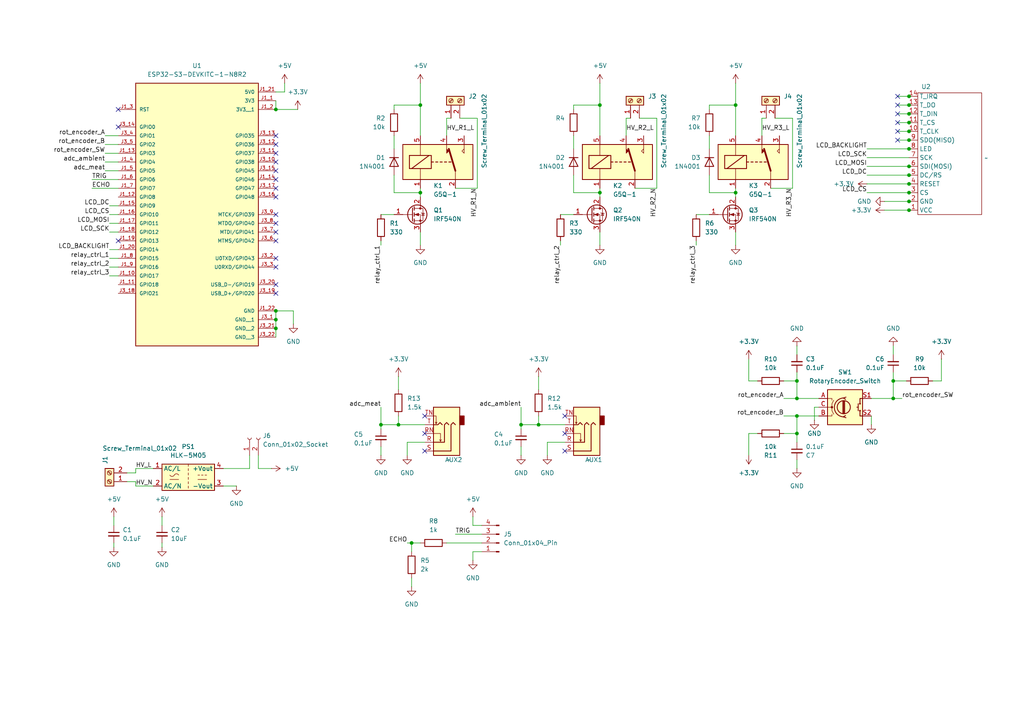
<source format=kicad_sch>
(kicad_sch (version 20250114) (generator "eeschema") (generator_version "9.0")
  (paper "A4")
  (lib_symbols
    (symbol "Connector:Conn_01x02_Socket" (pin_names (offset 1.016) (hide yes))
      (property "Reference" "J" (at 0 2.54 0))
      (property "Value" "Conn_01x02_Socket" (at 0 -5.08 0))
      (symbol "Conn_01x02_Socket_1_1"
        (pin passive line (at -5.08 0 0) (length 3.81) (name "Pin_1") (number "1"))
        (pin passive line (at -5.08 -2.54 0) (length 3.81) (name "Pin_2") (number "2"))
      )
    )
    (symbol "Connector:Conn_01x04_Pin" (pin_names (offset 1.016) (hide yes))
      (property "Reference" "J" (at 0 5.08 0))
      (property "Value" "Conn_01x04_Pin" (at 0 -7.62 0))
      (symbol "Conn_01x04_Pin_1_1"
        (pin passive line (at 5.08 2.54 180) (length 3.81) (name "Pin_1") (number "1"))
        (pin passive line (at 5.08 0 180) (length 3.81) (name "Pin_2") (number "2"))
        (pin passive line (at 5.08 -2.54 180) (length 3.81) (name "Pin_3") (number "3"))
        (pin passive line (at 5.08 -5.08 180) (length 3.81) (name "Pin_4") (number "4"))
      )
    )
    (symbol "Connector:Screw_Terminal_01x02" (pin_names (offset 1.016) (hide yes))
      (property "Reference" "J" (at 0 2.54 0))
      (property "Value" "Screw_Terminal_01x02" (at 0 -5.08 0))
      (symbol "Screw_Terminal_01x02_1_1"
        (pin passive line (at -5.08 0 0) (length 3.81) (name "Pin_1") (number "1"))
        (pin passive line (at -5.08 -2.54 0) (length 3.81) (name "Pin_2") (number "2"))
      )
    )
    (symbol "Connector_Audio:AudioJack3_SwitchTR"
      (property "Reference" "J" (at 0 8.89 0))
      (property "Value" "AudioJack3_SwitchTR" (at 0 6.35 0))
      (symbol "AudioJack3_SwitchTR_1_1"
        (pin passive line (at 5.08 2.54 180) (length 2.54) (name "~") (number "S"))
        (pin passive line (at 5.08 0 180) (length 2.54) (name "~") (number "R"))
        (pin passive line (at 5.08 -2.54 180) (length 2.54) (name "~") (number "RN"))
        (pin passive line (at 5.08 -5.08 180) (length 2.54) (name "~") (number "T"))
        (pin passive line (at 5.08 -7.62 180) (length 2.54) (name "~") (number "TN"))
      )
    )
    (symbol "Converter_ACDC:HLK-5M05"
      (property "Reference" "PS" (at 0 5.08 0))
      (property "Value" "HLK-5M05" (at 0 -5.08 0))
      (symbol "HLK-5M05_1_1"
        (pin power_in line (at -10.16 2.54 0) (length 2.54) (name "AC/L") (number "1"))
        (pin power_in line (at -10.16 -2.54 0) (length 2.54) (name "AC/N") (number "2"))
        (pin power_out line (at 10.16 2.54 180) (length 2.54) (name "+Vout") (number "4"))
        (pin power_out line (at 10.16 -2.54 180) (length 2.54) (name "-Vout") (number "3"))
      )
    )
    (symbol "Device:C_Small" (pin_numbers (hide yes)) (pin_names (offset 0.254) (hide yes))
      (property "Reference" "C" (at 0.254 1.778 0))
      (property "Value" "C_Small" (at 0.254 -2.032 0))
      (symbol "C_Small_1_1"
        (pin passive line (at 0 2.54 270) (length 2.032) (name "~") (number "1"))
        (pin passive line (at 0 -2.54 90) (length 2.032) (name "~") (number "2"))
      )
    )
    (symbol "Device:D" (pin_numbers (hide yes)) (pin_names (offset 1.016) (hide yes))
      (property "Reference" "D" (at 0 2.54 0))
      (property "Value" "D" (at 0 -2.54 0))
      (symbol "D_1_1"
        (pin passive line (at -3.81 0 0) (length 2.54) (name "K") (number "1"))
        (pin passive line (at 3.81 0 180) (length 2.54) (name "A") (number "2"))
      )
    )
    (symbol "Device:R" (pin_numbers (hide yes)) (pin_names (offset 0))
      (property "Reference" "R" (at 2.032 0 90))
      (property "Value" "R" (at 0 0 90))
      (symbol "R_1_1"
        (pin passive line (at 0 3.81 270) (length 1.27) (name "~") (number "1"))
        (pin passive line (at 0 -3.81 90) (length 1.27) (name "~") (number "2"))
      )
    )
    (symbol "Device:RotaryEncoder_Switch" (pin_names (offset 0.254) (hide yes))
      (property "Reference" "SW" (at 0 6.604 0))
      (property "Value" "RotaryEncoder_Switch" (at 0 -6.604 0))
      (symbol "RotaryEncoder_Switch_1_1"
        (pin passive line (at -7.62 2.54 0) (length 2.54) (name "A") (number "A"))
        (pin passive line (at -7.62 0 0) (length 2.54) (name "C") (number "C"))
        (pin passive line (at -7.62 -2.54 0) (length 2.54) (name "B") (number "B"))
        (pin passive line (at 7.62 2.54 180) (length 2.54) (name "S1") (number "S1"))
        (pin passive line (at 7.62 -2.54 180) (length 2.54) (name "S2") (number "S2"))
      )
    )
    (symbol "ESP32-S3-DEVKITC-1-N8R2:ESP32-S3-DEVKITC-1-N8R2" (pin_names (offset 1.016))
      (property "Reference" "U" (at -17.78 35.56 0))
      (property "Value" "ESP32-S3-DEVKITC-1-N8R2" (at -17.78 -45.72 0))
      (symbol "ESP32-S3-DEVKITC-1-N8R2_0_0"
        (pin input line (at -22.86 25.4 0) (length 5.08) (name "RST") (number "J1_3"))
        (pin bidirectional line (at -22.86 20.32 0) (length 5.08) (name "GPIO0") (number "J3_14"))
        (pin bidirectional line (at -22.86 17.78 0) (length 5.08) (name "GPIO1") (number "J3_4"))
        (pin bidirectional line (at -22.86 15.24 0) (length 5.08) (name "GPIO2") (number "J3_5"))
        (pin bidirectional line (at -22.86 12.7 0) (length 5.08) (name "GPIO3") (number "J1_13"))
        (pin bidirectional line (at -22.86 10.16 0) (length 5.08) (name "GPIO4") (number "J1_4"))
        (pin bidirectional line (at -22.86 7.62 0) (length 5.08) (name "GPIO5") (number "J1_5"))
        (pin bidirectional line (at -22.86 5.08 0) (length 5.08) (name "GPIO6") (number "J1_6"))
        (pin bidirectional line (at -22.86 2.54 0) (length 5.08) (name "GPIO7") (number "J1_7"))
        (pin bidirectional line (at -22.86 0 0) (length 5.08) (name "GPIO8") (number "J1_12"))
        (pin bidirectional line (at -22.86 -2.54 0) (length 5.08) (name "GPIO9") (number "J1_15"))
        (pin bidirectional line (at -22.86 -5.08 0) (length 5.08) (name "GPIO10") (number "J1_16"))
        (pin bidirectional line (at -22.86 -7.62 0) (length 5.08) (name "GPIO11") (number "J1_17"))
        (pin bidirectional line (at -22.86 -10.16 0) (length 5.08) (name "GPIO12") (number "J1_18"))
        (pin bidirectional line (at -22.86 -12.7 0) (length 5.08) (name "GPIO13") (number "J1_19"))
        (pin bidirectional line (at -22.86 -15.24 0) (length 5.08) (name "GPIO14") (number "J1_20"))
        (pin bidirectional line (at -22.86 -17.78 0) (length 5.08) (name "GPIO15") (number "J1_8"))
        (pin bidirectional line (at -22.86 -20.32 0) (length 5.08) (name "GPIO16") (number "J1_9"))
        (pin bidirectional line (at -22.86 -22.86 0) (length 5.08) (name "GPIO17") (number "J1_10"))
        (pin bidirectional line (at -22.86 -25.4 0) (length 5.08) (name "GPIO18") (number "J1_11"))
        (pin bidirectional line (at -22.86 -27.94 0) (length 5.08) (name "GPIO21") (number "J3_18"))
        (pin power_in line (at 22.86 30.48 180) (length 5.08) (name "5V0") (number "J1_21"))
        (pin power_in line (at 22.86 27.94 180) (length 5.08) (name "3V3") (number "J1_1"))
        (pin power_in line (at 22.86 25.4 180) (length 5.08) (name "3V3__1") (number "J1_2"))
        (pin bidirectional line (at 22.86 17.78 180) (length 5.08) (name "GPIO35") (number "J3_13"))
        (pin bidirectional line (at 22.86 15.24 180) (length 5.08) (name "GPIO36") (number "J3_12"))
        (pin bidirectional line (at 22.86 12.7 180) (length 5.08) (name "GPIO37") (number "J3_11"))
        (pin bidirectional line (at 22.86 10.16 180) (length 5.08) (name "GPIO38") (number "J3_10"))
        (pin bidirectional line (at 22.86 7.62 180) (length 5.08) (name "GPIO45") (number "J3_15"))
        (pin bidirectional line (at 22.86 5.08 180) (length 5.08) (name "GPIO46") (number "J1_14"))
        (pin bidirectional line (at 22.86 2.54 180) (length 5.08) (name "GPIO47") (number "J3_17"))
        (pin bidirectional line (at 22.86 0 180) (length 5.08) (name "GPIO48") (number "J3_16"))
        (pin bidirectional line (at 22.86 -5.08 180) (length 5.08) (name "MTCK/GPIO39") (number "J3_9"))
        (pin bidirectional line (at 22.86 -7.62 180) (length 5.08) (name "MTDO/GPIO40") (number "J3_8"))
        (pin bidirectional line (at 22.86 -10.16 180) (length 5.08) (name "MTDI/GPIO41") (number "J3_7"))
        (pin bidirectional line (at 22.86 -12.7 180) (length 5.08) (name "MTMS/GPIO42") (number "J3_6"))
        (pin bidirectional line (at 22.86 -17.78 180) (length 5.08) (name "U0TXD/GPIO43") (number "J3_2"))
        (pin bidirectional line (at 22.86 -20.32 180) (length 5.08) (name "U0RXD/GPIO44") (number "J3_3"))
        (pin bidirectional line (at 22.86 -25.4 180) (length 5.08) (name "USB_D-/GPIO19") (number "J3_20"))
        (pin bidirectional line (at 22.86 -27.94 180) (length 5.08) (name "USB_D+/GPIO20") (number "J3_19"))
        (pin power_in line (at 22.86 -33.02 180) (length 5.08) (name "GND") (number "J1_22"))
        (pin power_in line (at 22.86 -35.56 180) (length 5.08) (name "GND__1") (number "J3_1"))
        (pin power_in line (at 22.86 -38.1 180) (length 5.08) (name "GND__2") (number "J3_21"))
        (pin power_in line (at 22.86 -40.64 180) (length 5.08) (name "GND__3") (number "J3_22"))
      )
    )
    (symbol "LaserGunParts:screen"
      (property "Reference" "U" (at -9.144 37.592 0))
      (symbol "screen_1_1"
        (pin input line (at -12.954 34.544 0) (length 2.54) (name "T_IRQ") (number "14"))
        (pin input line (at -12.954 32.004 0) (length 2.54) (name "T_DO") (number "13"))
        (pin input line (at -12.954 29.464 0) (length 2.54) (name "T_DIN") (number "12"))
        (pin input line (at -12.954 26.924 0) (length 2.54) (name "T_CS") (number "11"))
        (pin input line (at -12.954 24.384 0) (length 2.54) (name "T_CLK") (number "10"))
        (pin input line (at -12.954 21.844 0) (length 2.54) (name "SDO(MISO)") (number "9"))
        (pin input line (at -12.954 19.304 0) (length 2.54) (name "LED") (number "8"))
        (pin input line (at -12.954 16.764 0) (length 2.54) (name "SCK") (number "7"))
        (pin input line (at -12.954 14.224 0) (length 2.54) (name "SDI(MOSI)") (number "6"))
        (pin input line (at -12.954 11.684 0) (length 2.54) (name "DC/RS") (number "5"))
        (pin input line (at -12.954 9.144 0) (length 2.54) (name "RESET") (number "4"))
        (pin input line (at -12.954 6.604 0) (length 2.54) (name "CS") (number "3"))
        (pin input line (at -12.954 4.064 0) (length 2.54) (name "GND") (number "2"))
        (pin input line (at -12.954 1.524 0) (length 2.54) (name "VCC") (number "1"))
      )
    )
    (symbol "Relay:G5Q-1"
      (property "Reference" "K" (at 11.43 3.81 0))
      (property "Value" "G5Q-1" (at 11.43 1.27 0))
      (symbol "G5Q-1_1_1"
        (pin passive line (at -5.08 7.62 270) (length 2.54) (name "~") (number "5"))
        (pin passive line (at -5.08 -7.62 90) (length 2.54) (name "~") (number "1"))
        (pin passive line (at 2.54 7.62 270) (length 2.54) (name "~") (number "4"))
        (pin passive line (at 5.08 -7.62 90) (length 2.54) (name "~") (number "2"))
        (pin passive line (at 7.62 7.62 270) (length 2.54) (name "~") (number "3"))
      )
    )
    (symbol "Transistor_FET:IRF540N" (pin_names (hide yes))
      (property "Reference" "Q" (at 5.08 1.905 0))
      (property "Value" "IRF540N" (at 5.08 0 0))
      (symbol "IRF540N_1_1"
        (pin input line (at -5.08 0 0) (length 2.54) (name "G") (number "1"))
        (pin passive line (at 2.54 5.08 270) (length 2.54) (name "D") (number "2"))
        (pin passive line (at 2.54 -5.08 90) (length 2.54) (name "S") (number "3"))
      )
    )
    (symbol "power:+3.3V" (power) (pin_numbers (hide yes)) (pin_names (offset 0) (hide yes))
      (property "Value" "+3.3V" (at 0 3.556 0))
      (symbol "+3.3V_1_1"
        (pin power_in line (at 0 0 90) (length 0) (name "~") (number "1"))
      )
    )
    (symbol "power:+5V" (power) (pin_numbers (hide yes)) (pin_names (offset 0) (hide yes))
      (property "Value" "+5V" (at 0 3.556 0))
      (symbol "+5V_1_1"
        (pin power_in line (at 0 0 90) (length 0) (name "~") (number "1"))
      )
    )
    (symbol "power:GND" (power) (pin_numbers (hide yes)) (pin_names (offset 0) (hide yes))
      (property "Value" "GND" (at 0 -3.81 0))
      (symbol "GND_1_1"
        (pin power_in line (at 0 0 270) (length 0) (name "~") (number "1"))
      )
    )
  )
  (junction (at 156.21 123.19))
  (junction (at 80.01 92.71))
  (junction (at 151.13 123.19))
  (junction (at 259.08 115.57))
  (junction (at 80.01 90.17))
  (junction (at 263.652 48.26))
  (junction (at 119.38 157.48))
  (junction (at 231.14 110.49))
  (junction (at 263.652 58.42))
  (junction (at 263.652 33.02))
  (junction (at 80.01 95.25))
  (junction (at 231.14 120.65))
  (junction (at 231.14 125.73))
  (junction (at 231.14 115.57))
  (junction (at 173.99 30.48))
  (junction (at 213.36 30.48))
  (junction (at 263.652 55.88))
  (junction (at 263.652 60.96))
  (junction (at 173.99 55.88))
  (junction (at 213.36 55.88))
  (junction (at 121.92 55.88))
  (junction (at 121.92 30.48))
  (junction (at 115.57 123.19))
  (junction (at 80.01 31.75))
  (junction (at 263.652 50.8))
  (junction (at 259.08 110.49))
  (junction (at 263.652 27.94))
  (junction (at 263.652 53.34))
  (junction (at 263.652 38.1))
  (junction (at 263.652 40.64))
  (junction (at 263.652 30.48))
  (junction (at 263.652 43.18))
  (junction (at 263.652 35.56))
  (junction (at 110.49 123.19))
  (no_connect (at 80.01 67.31))
  (no_connect (at 123.19 130.81))
  (no_connect (at 80.01 69.85))
  (no_connect (at 80.01 39.37))
  (no_connect (at 80.01 64.77))
  (no_connect (at 80.01 54.61))
  (no_connect (at 163.83 130.81))
  (no_connect (at 260.35 40.64))
  (no_connect (at 34.29 31.75))
  (no_connect (at 80.01 77.47))
  (no_connect (at 80.01 49.53))
  (no_connect (at 123.19 120.65))
  (no_connect (at 80.01 85.09))
  (no_connect (at 34.29 36.83))
  (no_connect (at 260.35 38.1))
  (no_connect (at 80.01 82.55))
  (no_connect (at 260.35 27.94))
  (no_connect (at 80.01 46.99))
  (no_connect (at 80.01 74.93))
  (no_connect (at 163.83 120.65))
  (no_connect (at 80.01 62.23))
  (no_connect (at 80.01 57.15))
  (no_connect (at 260.35 33.02))
  (no_connect (at 260.35 30.48))
  (no_connect (at 80.01 52.07))
  (no_connect (at 80.01 41.91))
  (no_connect (at 80.01 44.45))
  (no_connect (at 260.35 35.56))
  (no_connect (at 34.29 69.85))
  (no_connect (at 123.19 125.73))
  (no_connect (at 163.83 125.73))
  (wire (pts (xy 227.33 120.65) (xy 231.14 120.65)))
  (wire (pts (xy 137.16 162.56) (xy 137.16 160.02)))
  (wire (pts (xy 162.56 69.85) (xy 162.56 71.12)))
  (wire (pts (xy 263.652 38.1) (xy 264.16 38.1)))
  (wire (pts (xy 231.14 107.95) (xy 231.14 110.49)))
  (wire (pts (xy 39.37 140.97) (xy 44.45 140.97)))
  (wire (pts (xy 263.652 33.02) (xy 264.16 33.02)))
  (wire (pts (xy 158.75 128.27) (xy 158.75 132.08)))
  (wire (pts (xy 229.87 34.29) (xy 224.79 34.29)))
  (wire (pts (xy 39.37 137.16) (xy 39.37 135.89)))
  (wire (pts (xy 213.36 54.61) (xy 213.36 55.88)))
  (wire (pts (xy 213.36 24.13) (xy 213.36 30.48)))
  (wire (pts (xy 114.3 39.37) (xy 114.3 43.18)))
  (wire (pts (xy 110.49 62.23) (xy 114.3 62.23)))
  (wire (pts (xy 220.98 39.37) (xy 220.98 34.29)))
  (wire (pts (xy 156.21 123.19) (xy 163.83 123.19)))
  (wire (pts (xy 201.93 69.85) (xy 201.93 71.12)))
  (wire (pts (xy 115.57 123.19) (xy 123.19 123.19)))
  (wire (pts (xy 252.73 123.19) (xy 252.73 120.65)))
  (wire (pts (xy 166.37 50.8) (xy 166.37 55.88)))
  (wire (pts (xy 259.08 115.57) (xy 259.08 110.49)))
  (wire (pts (xy 151.13 123.19) (xy 151.13 124.46)))
  (wire (pts (xy 80.01 90.17) (xy 80.01 92.71)))
  (wire (pts (xy 166.37 30.48) (xy 173.99 30.48)))
  (wire (pts (xy 30.48 49.53) (xy 34.29 49.53)))
  (wire (pts (xy 263.652 43.18) (xy 264.16 43.18)))
  (wire (pts (xy 118.11 128.27) (xy 123.19 128.27)))
  (wire (pts (xy 260.35 40.64) (xy 263.652 40.64)))
  (wire (pts (xy 236.22 118.11) (xy 237.49 118.11)))
  (wire (pts (xy 110.49 69.85) (xy 110.49 71.12)))
  (wire (pts (xy 119.38 157.48) (xy 121.92 157.48)))
  (wire (pts (xy 251.46 55.88) (xy 263.652 55.88)))
  (wire (pts (xy 263.652 27.94) (xy 264.16 27.94)))
  (wire (pts (xy 205.74 31.75) (xy 205.74 30.48)))
  (wire (pts (xy 39.37 135.89) (xy 44.45 135.89)))
  (wire (pts (xy 119.38 170.18) (xy 119.38 167.64)))
  (wire (pts (xy 138.43 34.29) (xy 133.35 34.29)))
  (wire (pts (xy 205.74 55.88) (xy 213.36 55.88)))
  (wire (pts (xy 251.46 53.34) (xy 263.652 53.34)))
  (wire (pts (xy 259.08 100.33) (xy 259.08 102.87)))
  (wire (pts (xy 80.01 29.21) (xy 80.01 31.75)))
  (wire (pts (xy 213.36 67.31) (xy 213.36 71.12)))
  (wire (pts (xy 259.08 115.57) (xy 261.62 115.57)))
  (wire (pts (xy 260.35 35.56) (xy 263.652 35.56)))
  (wire (pts (xy 256.54 60.96) (xy 263.652 60.96)))
  (wire (pts (xy 181.61 39.37) (xy 181.61 34.29)))
  (wire (pts (xy 138.43 54.61) (xy 138.43 34.29)))
  (wire (pts (xy 260.35 38.1) (xy 263.652 38.1)))
  (wire (pts (xy 231.14 125.73) (xy 231.14 120.65)))
  (wire (pts (xy 151.13 118.11) (xy 151.13 123.19)))
  (wire (pts (xy 36.83 137.16) (xy 39.37 137.16)))
  (wire (pts (xy 151.13 123.19) (xy 156.21 123.19)))
  (wire (pts (xy 217.17 125.73) (xy 219.71 125.73)))
  (wire (pts (xy 31.75 67.31) (xy 34.29 67.31)))
  (wire (pts (xy 118.11 128.27) (xy 118.11 132.08)))
  (wire (pts (xy 213.36 30.48) (xy 213.36 39.37)))
  (wire (pts (xy 263.652 30.48) (xy 264.16 30.48)))
  (wire (pts (xy 231.14 135.89) (xy 231.14 133.35)))
  (wire (pts (xy 217.17 104.14) (xy 217.17 110.49)))
  (wire (pts (xy 137.16 149.86) (xy 137.16 152.4)))
  (wire (pts (xy 110.49 123.19) (xy 115.57 123.19)))
  (wire (pts (xy 205.74 50.8) (xy 205.74 55.88)))
  (wire (pts (xy 85.09 90.17) (xy 85.09 93.98)))
  (wire (pts (xy 80.01 92.71) (xy 80.01 95.25)))
  (wire (pts (xy 251.46 50.8) (xy 263.652 50.8)))
  (wire (pts (xy 121.92 24.13) (xy 121.92 30.48)))
  (wire (pts (xy 263.652 40.64) (xy 264.16 40.64)))
  (wire (pts (xy 119.38 160.02) (xy 119.38 157.48)))
  (wire (pts (xy 129.54 34.29) (xy 130.81 34.29)))
  (wire (pts (xy 115.57 120.65) (xy 115.57 123.19)))
  (wire (pts (xy 110.49 123.19) (xy 110.49 124.46)))
  (wire (pts (xy 236.22 118.11) (xy 236.22 121.92)))
  (wire (pts (xy 121.92 55.88) (xy 121.92 57.15)))
  (wire (pts (xy 80.01 95.25) (xy 80.01 97.79)))
  (wire (pts (xy 231.14 110.49) (xy 231.14 115.57)))
  (wire (pts (xy 217.17 132.08) (xy 217.17 125.73)))
  (wire (pts (xy 263.652 58.42) (xy 264.16 58.42)))
  (wire (pts (xy 156.21 109.22) (xy 156.21 113.03)))
  (wire (pts (xy 26.67 52.07) (xy 34.29 52.07)))
  (wire (pts (xy 137.16 152.4) (xy 139.7 152.4)))
  (wire (pts (xy 190.5 54.61) (xy 190.5 34.29)))
  (wire (pts (xy 80.01 26.67) (xy 82.55 26.67)))
  (wire (pts (xy 129.54 157.48) (xy 139.7 157.48)))
  (wire (pts (xy 121.92 54.61) (xy 121.92 55.88)))
  (wire (pts (xy 173.99 54.61) (xy 173.99 55.88)))
  (wire (pts (xy 229.87 54.61) (xy 229.87 34.29)))
  (wire (pts (xy 46.99 149.86) (xy 46.99 152.4)))
  (wire (pts (xy 252.73 115.57) (xy 259.08 115.57)))
  (wire (pts (xy 227.33 125.73) (xy 231.14 125.73)))
  (wire (pts (xy 31.75 80.01) (xy 34.29 80.01)))
  (wire (pts (xy 162.56 62.23) (xy 166.37 62.23)))
  (wire (pts (xy 64.77 135.89) (xy 72.39 135.89)))
  (wire (pts (xy 256.54 58.42) (xy 263.652 58.42)))
  (wire (pts (xy 205.74 30.48) (xy 213.36 30.48)))
  (wire (pts (xy 260.35 33.02) (xy 263.652 33.02)))
  (wire (pts (xy 31.75 62.23) (xy 34.29 62.23)))
  (wire (pts (xy 78.74 135.89) (xy 74.93 135.89)))
  (wire (pts (xy 156.21 120.65) (xy 156.21 123.19)))
  (wire (pts (xy 33.02 149.86) (xy 33.02 152.4)))
  (wire (pts (xy 31.75 59.69) (xy 34.29 59.69)))
  (wire (pts (xy 262.89 110.49) (xy 259.08 110.49)))
  (wire (pts (xy 114.3 31.75) (xy 114.3 30.48)))
  (wire (pts (xy 114.3 30.48) (xy 121.92 30.48)))
  (wire (pts (xy 118.11 157.48) (xy 119.38 157.48)))
  (wire (pts (xy 205.74 43.18) (xy 205.74 39.37)))
  (wire (pts (xy 31.75 72.39) (xy 34.29 72.39)))
  (wire (pts (xy 213.36 55.88) (xy 213.36 57.15)))
  (wire (pts (xy 181.61 34.29) (xy 182.88 34.29)))
  (wire (pts (xy 26.67 54.61) (xy 34.29 54.61)))
  (wire (pts (xy 251.46 48.26) (xy 263.652 48.26)))
  (wire (pts (xy 227.33 115.57) (xy 231.14 115.57)))
  (wire (pts (xy 260.35 27.94) (xy 263.652 27.94)))
  (wire (pts (xy 251.46 43.18) (xy 263.652 43.18)))
  (wire (pts (xy 110.49 129.54) (xy 110.49 132.08)))
  (wire (pts (xy 30.48 39.37) (xy 34.29 39.37)))
  (wire (pts (xy 263.652 35.56) (xy 264.16 35.56)))
  (wire (pts (xy 121.92 67.31) (xy 121.92 71.12)))
  (wire (pts (xy 115.57 109.22) (xy 115.57 113.03)))
  (wire (pts (xy 173.99 24.13) (xy 173.99 30.48)))
  (wire (pts (xy 173.99 55.88) (xy 173.99 57.15)))
  (wire (pts (xy 30.48 46.99) (xy 34.29 46.99)))
  (wire (pts (xy 80.01 31.75) (xy 86.36 31.75)))
  (wire (pts (xy 64.77 140.97) (xy 68.58 140.97)))
  (wire (pts (xy 31.75 74.93) (xy 34.29 74.93)))
  (wire (pts (xy 151.13 129.54) (xy 151.13 132.08)))
  (wire (pts (xy 31.75 64.77) (xy 34.29 64.77)))
  (wire (pts (xy 273.05 104.14) (xy 273.05 110.49)))
  (wire (pts (xy 114.3 50.8) (xy 114.3 55.88)))
  (wire (pts (xy 220.98 34.29) (xy 222.25 34.29)))
  (wire (pts (xy 137.16 160.02) (xy 139.7 160.02)))
  (wire (pts (xy 82.55 24.13) (xy 82.55 26.67)))
  (wire (pts (xy 231.14 120.65) (xy 237.49 120.65)))
  (wire (pts (xy 217.17 110.49) (xy 219.71 110.49)))
  (wire (pts (xy 173.99 30.48) (xy 173.99 39.37)))
  (wire (pts (xy 263.652 55.88) (xy 264.16 55.88)))
  (wire (pts (xy 166.37 39.37) (xy 166.37 43.18)))
  (wire (pts (xy 259.08 107.95) (xy 259.08 110.49)))
  (wire (pts (xy 201.93 62.23) (xy 205.74 62.23)))
  (wire (pts (xy 33.02 157.48) (xy 33.02 158.75)))
  (wire (pts (xy 132.08 54.61) (xy 138.43 54.61)))
  (wire (pts (xy 46.99 157.48) (xy 46.99 158.75)))
  (wire (pts (xy 129.54 39.37) (xy 129.54 34.29)))
  (wire (pts (xy 251.46 45.72) (xy 263.652 45.72)))
  (wire (pts (xy 223.52 54.61) (xy 229.87 54.61)))
  (wire (pts (xy 227.33 110.49) (xy 231.14 110.49)))
  (wire (pts (xy 36.83 139.7) (xy 39.37 139.7)))
  (wire (pts (xy 158.75 128.27) (xy 163.83 128.27)))
  (wire (pts (xy 263.652 60.96) (xy 264.16 60.96)))
  (wire (pts (xy 30.48 41.91) (xy 34.29 41.91)))
  (wire (pts (xy 30.48 44.45) (xy 34.29 44.45)))
  (wire (pts (xy 114.3 55.88) (xy 121.92 55.88)))
  (wire (pts (xy 173.99 67.31) (xy 173.99 71.12)))
  (wire (pts (xy 110.49 118.11) (xy 110.49 123.19)))
  (wire (pts (xy 80.01 90.17) (xy 85.09 90.17)))
  (wire (pts (xy 132.08 154.94) (xy 139.7 154.94)))
  (wire (pts (xy 31.75 77.47) (xy 34.29 77.47)))
  (wire (pts (xy 184.15 54.61) (xy 190.5 54.61)))
  (wire (pts (xy 166.37 55.88) (xy 173.99 55.88)))
  (wire (pts (xy 39.37 139.7) (xy 39.37 140.97)))
  (wire (pts (xy 260.35 30.48) (xy 263.652 30.48)))
  (wire (pts (xy 273.05 110.49) (xy 270.51 110.49)))
  (wire (pts (xy 231.14 128.27) (xy 231.14 125.73)))
  (wire (pts (xy 263.652 48.26) (xy 264.16 48.26)))
  (wire (pts (xy 263.652 50.8) (xy 264.16 50.8)))
  (wire (pts (xy 263.652 53.34) (xy 264.16 53.34)))
  (wire (pts (xy 72.39 135.89) (xy 72.39 132.08)))
  (wire (pts (xy 190.5 34.29) (xy 185.42 34.29)))
  (wire (pts (xy 231.14 100.33) (xy 231.14 102.87)))
  (wire (pts (xy 231.14 115.57) (xy 237.49 115.57)))
  (wire (pts (xy 121.92 30.48) (xy 121.92 39.37)))
  (wire (pts (xy 166.37 31.75) (xy 166.37 30.48)))
  (wire (pts (xy 74.93 132.08) (xy 74.93 135.89)))
  (label "LCD_DC" (at 251.46 50.8 180))
  (label "adc_meat" (at 110.49 118.11 180))
  (label "LCD_MOSI" (at 31.75 64.77 180))
  (label "rot_encoder_A" (at 227.33 115.57 180))
  (label "rot_encoder_A" (at 30.48 39.37 180))
  (label "relay_ctrl_2" (at 31.75 77.47 180))
  (label "HV_L" (at 39.37 135.89 0))
  (label "relay_ctrl_1" (at 110.49 71.12 270))
  (label "rot_encoder_B" (at 30.48 41.91 180))
  (label "HV_R2_L" (at 181.61 38.1 0))
  (label "LCD_DC" (at 31.75 59.69 180))
  (label "relay_ctrl_2" (at 162.56 71.12 270))
  (label "adc_meat" (at 30.48 49.53 180))
  (label "relay_ctrl_3" (at 201.93 71.12 270))
  (label "HV_R2_N" (at 190.5 54.61 270))
  (label "TRIG" (at 132.08 154.94 0))
  (label "LCD_BACKLIGHT" (at 31.75 72.39 180))
  (label "LCD_CS" (at 31.75 62.23 180))
  (label "ECHO" (at 26.67 54.61 0))
  (label "HV_R3_L" (at 220.98 38.1 0))
  (label "LCD_MOSI" (at 251.46 48.26 180))
  (label "HV_N" (at 39.37 140.97 0))
  (label "LCD_CS" (at 251.46 55.88 180))
  (label "HV_R1_N" (at 138.43 54.61 270))
  (label "rot_encoder_SW" (at 30.48 44.45 180))
  (label "LCD_SCK" (at 251.46 45.72 180))
  (label "rot_encoder_SW" (at 261.62 115.57 0))
  (label "adc_ambient" (at 151.13 118.11 180))
  (label "HV_R3_N" (at 229.87 54.61 270))
  (label "HV_R1_L" (at 129.54 38.1 0))
  (label "ECHO" (at 118.11 157.48 180))
  (label "adc_ambient" (at 30.48 46.99 180))
  (label "rot_encoder_B" (at 227.33 120.65 180))
  (label "LCD_BACKLIGHT" (at 251.46 43.18 180))
  (label "TRIG" (at 26.67 52.07 0))
  (label "relay_ctrl_3" (at 31.75 80.01 180))
  (label "relay_ctrl_1" (at 31.75 74.93 180))
  (label "LCD_SCK" (at 31.75 67.31 180))
  (symbol (lib_id "power:GND") (at 137.16 162.56 0) (unit 1)
    (property "Reference" "#PWR019" (effects (hide yes)))
    (property "Value" "GND" (at 137.16 167.64 0))
    (property "Description" "Power symbol creates a global label with name \"GND\" , ground" (effects (hide yes)))
  )
  (symbol (lib_id "Device:D") (at 166.37 46.99 90) (mirror x) (unit 1)
    (property "Reference" "D2" (at 163.83 45.7199 90) (effects (justify left)))
    (property "Value" "1N4001" (at 163.83 48.2599 90) (effects (justify left)))
    (property "Footprint" "Diode_THT:D_A-405_P7.62mm_Horizontal" (effects (hide yes)))
    (property "Description" "Diode" (effects (hide yes)))
    (property "Sim.Device" "D" (effects (hide yes)))
    (property "Sim.Pins" "1=K 2=A" (effects (hide yes)))
  )
  (symbol (lib_id "Connector:Screw_Terminal_01x02") (at 130.81 29.21 90) (unit 1)
    (property "Reference" "J2" (at 135.89 27.9399 90) (effects (justify right)))
    (property "Value" "Screw_Terminal_01x02" (at 140.462 27.178 0) (effects (justify right)))
    (property "Footprint" "TerminalBlock:TerminalBlock_bornier-2_P5.08mm" (effects (hide yes)))
    (property "Description" "Generic screw terminal, single row, 01x02, script generated (kicad-library-utils/schlib/autogen/connector/)" (effects (hide yes)))
  )
  (symbol (lib_id "Connector_Audio:AudioJack3_SwitchTR") (at 128.27 128.27 180) (unit 1)
    (property "Reference" "AUX2" (at 131.572 133.35 0))
    (property "Value" "~" (at 130.175 133.35 0))
    (property "Footprint" "Connector_Audio:Jack_3.5mm_CUI_SJ1-3535NG_Horizontal" (effects (hide yes)))
    (property "Description" "Audio Jack, 3 Poles (Stereo / TRS), Switched TR Poles (Normalling)" (effects (hide yes)))
  )
  (symbol (lib_id "power:GND") (at 173.99 71.12 0) (unit 1)
    (property "Reference" "#PWR04" (effects (hide yes)))
    (property "Value" "GND" (at 173.99 76.2 0))
    (property "Description" "Power symbol creates a global label with name \"GND\" , ground" (effects (hide yes)))
  )
  (symbol (lib_id "power:GND") (at 158.75 132.08 0) (unit 1)
    (property "Reference" "#PWR044" (effects (hide yes)))
    (property "Value" "GND" (at 158.75 137.16 0))
    (property "Description" "Power symbol creates a global label with name \"GND\" , ground" (effects (hide yes)))
  )
  (symbol (lib_id "Device:D") (at 114.3 46.99 90) (mirror x) (unit 1)
    (property "Reference" "D1" (at 111.76 45.7199 90) (effects (justify left)))
    (property "Value" "1N4001" (at 111.76 48.2599 90) (effects (justify left)))
    (property "Footprint" "Diode_THT:D_A-405_P7.62mm_Horizontal" (effects (hide yes)))
    (property "Description" "Diode" (effects (hide yes)))
    (property "Sim.Device" "D" (effects (hide yes)))
    (property "Sim.Pins" "1=K 2=A" (effects (hide yes)))
  )
  (symbol (lib_id "Transistor_FET:IRF540N") (at 171.45 62.23 0) (unit 1)
    (property "Reference" "Q2" (at 177.8 60.9599 0) (effects (justify left)))
    (property "Value" "IRF540N" (at 177.8 63.4999 0) (effects (justify left)))
    (property "Footprint" "Package_TO_SOT_THT:TO-220-3_Vertical" (effects (hide yes)))
    (property "Datasheet" "http://www.irf.com/product-info/datasheets/data/irf540n.pdf" (effects (hide yes)))
    (property "Description" "33A Id, 100V Vds, HEXFET N-Channel MOSFET, TO-220" (effects (hide yes)))
  )
  (symbol (lib_id "power:+3.3V") (at 115.57 109.22 0) (unit 1)
    (property "Reference" "#PWR015" (effects (hide yes)))
    (property "Value" "+3.3V" (at 115.57 104.14 0))
    (property "Description" "Power symbol creates a global label with name \"+3.3V\"" (effects (hide yes)))
  )
  (symbol (lib_id "power:+5V") (at 213.36 24.13 0) (unit 1)
    (property "Reference" "#PWR05" (effects (hide yes)))
    (property "Value" "+5V" (at 213.36 19.05 0))
    (property "Description" "Power symbol creates a global label with name \"+5V\"" (effects (hide yes)))
  )
  (symbol (lib_id "power:+3.3V") (at 251.46 53.34 90) (unit 1)
    (property "Reference" "#PWR026" (effects (hide yes)))
    (property "Value" "+3.3V" (at 247.65 53.3399 90) (effects (justify left)))
    (property "Description" "Power symbol creates a global label with name \"+3.3V\"" (effects (hide yes)))
  )
  (symbol (lib_id "Device:C_Small") (at 46.99 154.94 0) (unit 1)
    (property "Reference" "C2" (at 49.53 153.6762 0) (effects (justify left)))
    (property "Value" "10uF" (at 49.53 156.2162 0) (effects (justify left)))
    (property "Footprint" "Capacitor_THT:C_Disc_D5.1mm_W3.2mm_P5.00mm" (effects (hide yes)))
    (property "Description" "Unpolarized capacitor, small symbol" (effects (hide yes)))
  )
  (symbol (lib_id "power:+3.3V") (at 217.17 132.08 0) (mirror x) (unit 1)
    (property "Reference" "#PWR018" (effects (hide yes)))
    (property "Value" "+3.3V" (at 217.17 137.16 0))
    (property "Description" "Power symbol creates a global label with name \"+3.3V\"" (effects (hide yes)))
  )
  (symbol (lib_id "power:+3.3V") (at 273.05 104.14 0) (mirror y) (unit 1)
    (property "Reference" "#PWR021" (effects (hide yes)))
    (property "Value" "+3.3V" (at 273.05 99.06 0))
    (property "Description" "Power symbol creates a global label with name \"+3.3V\"" (effects (hide yes)))
  )
  (symbol (lib_id "Transistor_FET:IRF540N") (at 119.38 62.23 0) (unit 1)
    (property "Reference" "Q1" (at 125.73 60.9599 0) (effects (justify left)))
    (property "Value" "IRF540N" (at 125.73 63.4999 0) (effects (justify left)))
    (property "Footprint" "Package_TO_SOT_THT:TO-220-3_Vertical" (effects (hide yes)))
    (property "Datasheet" "http://www.irf.com/product-info/datasheets/data/irf540n.pdf" (effects (hide yes)))
    (property "Description" "33A Id, 100V Vds, HEXFET N-Channel MOSFET, TO-220" (effects (hide yes)))
  )
  (symbol (lib_id "Connector:Conn_01x04_Pin") (at 144.78 157.48 180) (unit 1)
    (property "Reference" "J5" (at 146.05 154.9399 0) (effects (justify right)))
    (property "Value" "Conn_01x04_Pin" (at 146.05 157.4799 0) (effects (justify right)))
    (property "Footprint" "Connector_JST:JST_PH_B4B-PH-K_1x04_P2.00mm_Vertical" (effects (hide yes)))
    (property "Description" "Generic connector, single row, 01x04, script generated" (effects (hide yes)))
  )
  (symbol (lib_id "Converter_ACDC:HLK-5M05") (at 54.61 138.43 0) (unit 1)
    (property "Reference" "PS1" (at 54.61 129.54 0))
    (property "Value" "HLK-5M05" (at 54.61 132.08 0))
    (property "Footprint" "Converter_ACDC:Converter_ACDC_Hi-Link_HLK-5Mxx" (effects (hide yes)))
    (property "Datasheet" "http://h.hlktech.com/download/ACDC%E7%94%B5%E6%BA%90%E6%A8%A1%E5%9D%975W%E7%B3%BB%E5%88%97/1/%E6%B5%B7%E5%87%8C%E7%A7%915W%E7%B3%BB%E5%88%97%E7%94%B5%E6%BA%90%E6%A8%A1%E5%9D%97%E8%A7%84%E6%A0%BC%E4%B9%A6V2.8.pdf" (effects (hide yes)))
    (property "Description" "Compact AC/DC board mount power module 5W, 5V 1A" (effects (hide yes)))
  )
  (symbol (lib_id "Device:C_Small") (at 33.02 154.94 0) (unit 1)
    (property "Reference" "C1" (at 35.56 153.6762 0) (effects (justify left)))
    (property "Value" "0.1uF" (at 35.56 156.2162 0) (effects (justify left)))
    (property "Footprint" "Capacitor_THT:C_Disc_D5.1mm_W3.2mm_P5.00mm" (effects (hide yes)))
    (property "Description" "Unpolarized capacitor, small symbol" (effects (hide yes)))
  )
  (symbol (lib_id "Device:R") (at 114.3 35.56 0) (mirror y) (unit 1)
    (property "Reference" "R2" (at 111.76 34.2899 0) (effects (justify left)))
    (property "Value" "10k" (at 111.76 36.8299 0) (effects (justify left)))
    (property "Footprint" "Resistor_THT:R_Axial_DIN0207_L6.3mm_D2.5mm_P7.62mm_Horizontal" (effects (hide yes)))
    (property "Description" "Resistor" (effects (hide yes)))
  )
  (symbol (lib_id "Device:R") (at 205.74 35.56 0) (mirror y) (unit 1)
    (property "Reference" "R7" (at 203.2 34.2899 0) (effects (justify left)))
    (property "Value" "10k" (at 203.2 36.8299 0) (effects (justify left)))
    (property "Footprint" "Resistor_THT:R_Axial_DIN0207_L6.3mm_D2.5mm_P7.62mm_Horizontal" (effects (hide yes)))
    (property "Description" "Resistor" (effects (hide yes)))
  )
  (symbol (lib_id "Device:R") (at 156.21 116.84 180) (unit 1)
    (property "Reference" "R12" (at 158.75 115.5699 0) (effects (justify right)))
    (property "Value" "1.5k" (at 158.75 118.1099 0) (effects (justify right)))
    (property "Footprint" "Resistor_THT:R_Axial_DIN0207_L6.3mm_D2.5mm_P7.62mm_Horizontal" (effects (hide yes)))
    (property "Description" "Resistor" (effects (hide yes)))
  )
  (symbol (lib_id "Connector_Audio:AudioJack3_SwitchTR") (at 168.91 128.27 180) (unit 1)
    (property "Reference" "AUX1" (at 172.212 133.35 0))
    (property "Value" "~" (at 170.815 133.35 0))
    (property "Footprint" "Connector_Audio:Jack_3.5mm_CUI_SJ1-3535NG_Horizontal" (effects (hide yes)))
    (property "Description" "Audio Jack, 3 Poles (Stereo / TRS), Switched TR Poles (Normalling)" (effects (hide yes)))
  )
  (symbol (lib_id "power:GND") (at 151.13 132.08 0) (unit 1)
    (property "Reference" "#PWR043" (effects (hide yes)))
    (property "Value" "GND" (at 151.13 137.16 0))
    (property "Description" "Power symbol creates a global label with name \"GND\" , ground" (effects (hide yes)))
  )
  (symbol (lib_id "Relay:G5Q-1") (at 179.07 46.99 0) (unit 1)
    (property "Reference" "K2" (at 177.8 53.848 0) (effects (justify left)))
    (property "Value" "G5Q-1" (at 177.8 56.388 0) (effects (justify left)))
    (property "Footprint" "Relay_THT:Relay_SPDT_Omron-G5Q-1" (effects (hide yes)))
    (property "Datasheet" "https://www.omron.com/ecb/products/pdf/en-g5q.pdf" (effects (hide yes)))
    (property "Description" "Omron G5G relay, Miniature Single Pole, SPDT, 10A" (effects (hide yes)))
  )
  (symbol (lib_id "power:+5V") (at 82.55 24.13 0) (unit 1)
    (property "Reference" "#PWR013" (effects (hide yes)))
    (property "Value" "+5V" (at 82.55 19.05 0))
    (property "Description" "Power symbol creates a global label with name \"+5V\"" (effects (hide yes)))
  )
  (symbol (lib_id "Device:R") (at 125.73 157.48 270) (unit 1)
    (property "Reference" "R8" (at 125.73 151.13 90))
    (property "Value" "1k" (at 125.73 153.67 90))
    (property "Footprint" "Resistor_THT:R_Axial_DIN0207_L6.3mm_D2.5mm_P7.62mm_Horizontal" (effects (hide yes)))
    (property "Description" "Resistor" (effects (hide yes)))
  )
  (symbol (lib_id "power:+5V") (at 46.99 149.86 0) (unit 1)
    (property "Reference" "#PWR012" (effects (hide yes)))
    (property "Value" "+5V" (at 46.99 144.78 0))
    (property "Description" "Power symbol creates a global label with name \"+5V\"" (effects (hide yes)))
  )
  (symbol (lib_id "power:GND") (at 118.11 132.08 0) (unit 1)
    (property "Reference" "#PWR041" (effects (hide yes)))
    (property "Value" "GND" (at 118.11 137.16 0))
    (property "Description" "Power symbol creates a global label with name \"GND\" , ground" (effects (hide yes)))
  )
  (symbol (lib_id "power:+5V") (at 137.16 149.86 0) (unit 1)
    (property "Reference" "#PWR020" (effects (hide yes)))
    (property "Value" "+5V" (at 137.16 144.78 0))
    (property "Description" "Power symbol creates a global label with name \"+5V\"" (effects (hide yes)))
  )
  (symbol (lib_id "Transistor_FET:IRF540N") (at 210.82 62.23 0) (unit 1)
    (property "Reference" "Q3" (at 217.17 60.9599 0) (effects (justify left)))
    (property "Value" "IRF540N" (at 217.17 63.4999 0) (effects (justify left)))
    (property "Footprint" "Package_TO_SOT_THT:TO-220-3_Vertical" (effects (hide yes)))
    (property "Datasheet" "http://www.irf.com/product-info/datasheets/data/irf540n.pdf" (effects (hide yes)))
    (property "Description" "33A Id, 100V Vds, HEXFET N-Channel MOSFET, TO-220" (effects (hide yes)))
  )
  (symbol (lib_id "power:GND") (at 256.54 58.42 270) (unit 1)
    (property "Reference" "#PWR023" (effects (hide yes)))
    (property "Value" "GND" (at 252.73 58.4199 90) (effects (justify right)))
    (property "Description" "Power symbol creates a global label with name \"GND\" , ground" (effects (hide yes)))
  )
  (symbol (lib_id "Device:C_Small") (at 231.14 130.81 0) (mirror y) (unit 1)
    (property "Reference" "C7" (at 233.68 132.0865 0) (effects (justify right)))
    (property "Value" "0.1uF" (at 233.68 129.5465 0) (effects (justify right)))
    (property "Footprint" "Capacitor_THT:C_Disc_D5.1mm_W3.2mm_P5.00mm" (effects (hide yes)))
    (property "Description" "Unpolarized capacitor, small symbol" (effects (hide yes)))
  )
  (symbol (lib_id "Device:R") (at 110.49 66.04 180) (unit 1)
    (property "Reference" "R1" (at 113.03 64.7699 0) (effects (justify right)))
    (property "Value" "330" (at 113.03 67.3099 0) (effects (justify right)))
    (property "Footprint" "Resistor_THT:R_Axial_DIN0207_L6.3mm_D2.5mm_P7.62mm_Horizontal" (effects (hide yes)))
    (property "Description" "Resistor" (effects (hide yes)))
  )
  (symbol (lib_id "power:GND") (at 231.14 135.89 0) (mirror y) (unit 1)
    (property "Reference" "#PWR047" (effects (hide yes)))
    (property "Value" "GND" (at 231.14 140.97 0))
    (property "Description" "Power symbol creates a global label with name \"GND\" , ground" (effects (hide yes)))
  )
  (symbol (lib_id "Device:R") (at 223.52 125.73 90) (mirror x) (unit 1)
    (property "Reference" "R11" (at 223.52 132.08 90))
    (property "Value" "10k" (at 223.52 129.54 90))
    (property "Footprint" "Resistor_THT:R_Axial_DIN0207_L6.3mm_D2.5mm_P7.62mm_Horizontal" (effects (hide yes)))
    (property "Description" "Resistor" (effects (hide yes)))
  )
  (symbol (lib_id "power:+5V") (at 78.74 135.89 270) (unit 1)
    (property "Reference" "#PWR07" (effects (hide yes)))
    (property "Value" "+5V" (at 82.55 135.8899 90) (effects (justify left)))
    (property "Description" "Power symbol creates a global label with name \"+5V\"" (effects (hide yes)))
  )
  (symbol (lib_id "power:+3.3V") (at 86.36 31.75 0) (unit 1)
    (property "Reference" "#PWR024" (effects (hide yes)))
    (property "Value" "+3.3V" (at 86.36 26.67 0))
    (property "Description" "Power symbol creates a global label with name \"+3.3V\"" (effects (hide yes)))
  )
  (symbol (lib_id "Device:D") (at 205.74 46.99 90) (mirror x) (unit 1)
    (property "Reference" "D3" (at 203.2 45.7199 90) (effects (justify left)))
    (property "Value" "1N4001" (at 203.2 48.2599 90) (effects (justify left)))
    (property "Footprint" "Diode_THT:D_A-405_P7.62mm_Horizontal" (effects (hide yes)))
    (property "Description" "Diode" (effects (hide yes)))
    (property "Sim.Device" "D" (effects (hide yes)))
    (property "Sim.Pins" "1=K 2=A" (effects (hide yes)))
  )
  (symbol (lib_id "power:+5V") (at 33.02 149.86 0) (unit 1)
    (property "Reference" "#PWR011" (effects (hide yes)))
    (property "Value" "+5V" (at 33.02 144.78 0))
    (property "Description" "Power symbol creates a global label with name \"+5V\"" (effects (hide yes)))
  )
  (symbol (lib_id "Relay:G5Q-1") (at 218.44 46.99 0) (unit 1)
    (property "Reference" "K3" (at 217.17 53.848 0) (effects (justify left)))
    (property "Value" "G5Q-1" (at 217.17 56.388 0) (effects (justify left)))
    (property "Footprint" "Relay_THT:Relay_SPDT_Omron-G5Q-1" (effects (hide yes)))
    (property "Datasheet" "https://www.omron.com/ecb/products/pdf/en-g5q.pdf" (effects (hide yes)))
    (property "Description" "Omron G5G relay, Miniature Single Pole, SPDT, 10A" (effects (hide yes)))
  )
  (symbol (lib_id "power:GND") (at 259.08 100.33 0) (mirror x) (unit 1)
    (property "Reference" "#PWR049" (effects (hide yes)))
    (property "Value" "GND" (at 259.08 95.25 0))
    (property "Description" "Power symbol creates a global label with name \"GND\" , ground" (effects (hide yes)))
  )
  (symbol (lib_id "Connector:Conn_01x02_Socket") (at 72.39 127 90) (unit 1)
    (property "Reference" "J6" (at 76.2 126.3649 90) (effects (justify right)))
    (property "Value" "Conn_01x02_Socket" (at 76.2 128.9049 90) (effects (justify right)))
    (property "Footprint" "Connector_PinHeader_2.54mm:PinHeader_1x02_P2.54mm_Vertical" (effects (hide yes)))
    (property "Description" "Generic connector, single row, 01x02, script generated" (effects (hide yes)))
  )
  (symbol (lib_id "Device:R") (at 223.52 110.49 90) (unit 1)
    (property "Reference" "R10" (at 223.52 104.14 90))
    (property "Value" "10k" (at 223.52 106.68 90))
    (property "Footprint" "Resistor_THT:R_Axial_DIN0207_L6.3mm_D2.5mm_P7.62mm_Horizontal" (effects (hide yes)))
    (property "Description" "Resistor" (effects (hide yes)))
  )
  (symbol (lib_id "power:+5V") (at 173.99 24.13 0) (unit 1)
    (property "Reference" "#PWR03" (effects (hide yes)))
    (property "Value" "+5V" (at 173.99 19.05 0))
    (property "Description" "Power symbol creates a global label with name \"+5V\"" (effects (hide yes)))
  )
  (symbol (lib_id "power:+3.3V") (at 156.21 109.22 0) (unit 1)
    (property "Reference" "#PWR016" (effects (hide yes)))
    (property "Value" "+3.3V" (at 156.21 104.14 0))
    (property "Description" "Power symbol creates a global label with name \"+3.3V\"" (effects (hide yes)))
  )
  (symbol (lib_id "Device:R") (at 266.7 110.49 90) (unit 1)
    (property "Reference" "R9" (at 266.7 104.14 90))
    (property "Value" "10k" (at 266.7 106.68 90))
    (property "Footprint" "Resistor_THT:R_Axial_DIN0207_L6.3mm_D2.5mm_P7.62mm_Horizontal" (effects (hide yes)))
    (property "Description" "Resistor" (effects (hide yes)))
  )
  (symbol (lib_id "Device:R") (at 201.93 66.04 180) (unit 1)
    (property "Reference" "R6" (at 204.47 64.7699 0) (effects (justify right)))
    (property "Value" "330" (at 204.47 67.3099 0) (effects (justify right)))
    (property "Footprint" "Resistor_THT:R_Axial_DIN0207_L6.3mm_D2.5mm_P7.62mm_Horizontal" (effects (hide yes)))
    (property "Description" "Resistor" (effects (hide yes)))
  )
  (symbol (lib_id "power:GND") (at 110.49 132.08 0) (unit 1)
    (property "Reference" "#PWR042" (effects (hide yes)))
    (property "Value" "GND" (at 110.49 137.16 0))
    (property "Description" "Power symbol creates a global label with name \"GND\" , ground" (effects (hide yes)))
  )
  (symbol (lib_id "Device:R") (at 115.57 116.84 180) (unit 1)
    (property "Reference" "R13" (at 118.11 115.5699 0) (effects (justify right)))
    (property "Value" "1.5k" (at 118.11 118.1099 0) (effects (justify right)))
    (property "Footprint" "Resistor_THT:R_Axial_DIN0207_L6.3mm_D2.5mm_P7.62mm_Horizontal" (effects (hide yes)))
    (property "Description" "Resistor" (effects (hide yes)))
  )
  (symbol (lib_id "power:GND") (at 33.02 158.75 0) (unit 1)
    (property "Reference" "#PWR09" (effects (hide yes)))
    (property "Value" "GND" (at 33.02 163.83 0))
    (property "Description" "Power symbol creates a global label with name \"GND\" , ground" (effects (hide yes)))
  )
  (symbol (lib_id "power:+3.3V") (at 217.17 104.14 0) (unit 1)
    (property "Reference" "#PWR017" (effects (hide yes)))
    (property "Value" "+3.3V" (at 217.17 99.06 0))
    (property "Description" "Power symbol creates a global label with name \"+3.3V\"" (effects (hide yes)))
  )
  (symbol (lib_id "power:+5V") (at 121.92 24.13 0) (unit 1)
    (property "Reference" "#PWR02" (effects (hide yes)))
    (property "Value" "+5V" (at 121.92 19.05 0))
    (property "Description" "Power symbol creates a global label with name \"+5V\"" (effects (hide yes)))
  )
  (symbol (lib_id "ESP32-S3-DEVKITC-1-N8R2:ESP32-S3-DEVKITC-1-N8R2") (at 57.15 57.15 0) (unit 1)
    (property "Reference" "U1" (at 57.15 19.05 0))
    (property "Value" "ESP32-S3-DEVKITC-1-N8R2" (at 57.15 21.59 0))
    (property "Footprint" "CyberSmokerV2_lib_footprints:XCVR_ESP32-S3-DEVKITC-1-N8R2" (effects (hide yes)))
    (property "PARTREV" "V1" (effects (hide yes)))
    (property "STANDARD" "Manufacturer Recommendations" (effects (hide yes)))
    (property "MANUFACTURER" "Espressif" (effects (hide yes)))
  )
  (symbol (lib_id "Device:RotaryEncoder_Switch") (at 245.11 118.11 0) (unit 1)
    (property "Reference" "SW1" (at 245.11 107.95 0))
    (property "Value" "RotaryEncoder_Switch" (at 245.11 110.49 0))
    (property "Footprint" "Rotary_Encoder:RotaryEncoder_Alps_EC11E-Switch_Vertical_H20mm" (effects (hide yes)))
    (property "Description" "Rotary encoder, dual channel, incremental quadrate outputs, with switch" (effects (hide yes)))
  )
  (symbol (lib_id "Device:C_Small") (at 151.13 127 0) (unit 1)
    (property "Reference" "C4" (at 143.256 125.984 0) (effects (justify left)))
    (property "Value" "0.1uF" (at 143.256 128.524 0) (effects (justify left)))
    (property "Footprint" "Capacitor_THT:C_Disc_D5.1mm_W3.2mm_P5.00mm" (effects (hide yes)))
    (property "Description" "Unpolarized capacitor, small symbol" (effects (hide yes)))
  )
  (symbol (lib_id "Device:C_Small") (at 231.14 105.41 180) (unit 1)
    (property "Reference" "C3" (at 233.68 104.1335 0) (effects (justify right)))
    (property "Value" "0.1uF" (at 233.68 106.6735 0) (effects (justify right)))
    (property "Footprint" "Capacitor_THT:C_Disc_D5.1mm_W3.2mm_P5.00mm" (effects (hide yes)))
    (property "Description" "Unpolarized capacitor, small symbol" (effects (hide yes)))
  )
  (symbol (lib_id "Device:R") (at 119.38 163.83 180) (unit 1)
    (property "Reference" "R5" (at 121.92 162.5599 0) (effects (justify right)))
    (property "Value" "2k" (at 121.92 165.0999 0) (effects (justify right)))
    (property "Footprint" "Resistor_THT:R_Axial_DIN0207_L6.3mm_D2.5mm_P7.62mm_Horizontal" (effects (hide yes)))
    (property "Description" "Resistor" (effects (hide yes)))
  )
  (symbol (lib_id "Connector:Screw_Terminal_01x02") (at 31.75 139.7 180) (unit 1)
    (property "Reference" "J1" (at 30.4799 134.62 90) (effects (justify right)))
    (property "Value" "Screw_Terminal_01x02" (at 29.718 130.048 0) (effects (justify right)))
    (property "Footprint" "TerminalBlock:TerminalBlock_bornier-2_P5.08mm" (effects (hide yes)))
    (property "Description" "Generic screw terminal, single row, 01x02, script generated (kicad-library-utils/schlib/autogen/connector/)" (effects (hide yes)))
  )
  (symbol (lib_id "LaserGunParts:screen") (at 276.606 62.484 0) (unit 1)
    (property "Reference" "U2" (at 267.208 25.146 0) (effects (justify left)))
    (property "Value" "~" (at 285.496 45.847 0) (effects (justify left)))
    (property "Footprint" "CyberSmokerV2_lib_footprints:LCD_screen" (effects (hide yes)))
  )
  (symbol (lib_id "power:GND") (at 213.36 71.12 0) (unit 1)
    (property "Reference" "#PWR06" (effects (hide yes)))
    (property "Value" "GND" (at 213.36 76.2 0))
    (property "Description" "Power symbol creates a global label with name \"GND\" , ground" (effects (hide yes)))
  )
  (symbol (lib_id "Device:C_Small") (at 110.49 127 0) (unit 1)
    (property "Reference" "C5" (at 102.616 125.984 0) (effects (justify left)))
    (property "Value" "0.1uF" (at 102.616 128.524 0) (effects (justify left)))
    (property "Footprint" "Capacitor_THT:C_Disc_D5.1mm_W3.2mm_P5.00mm" (effects (hide yes)))
    (property "Description" "Unpolarized capacitor, small symbol" (effects (hide yes)))
  )
  (symbol (lib_id "power:GND") (at 231.14 100.33 180) (unit 1)
    (property "Reference" "#PWR046" (effects (hide yes)))
    (property "Value" "GND" (at 231.14 95.25 0))
    (property "Description" "Power symbol creates a global label with name \"GND\" , ground" (effects (hide yes)))
  )
  (symbol (lib_id "power:GND") (at 121.92 71.12 0) (unit 1)
    (property "Reference" "#PWR01" (effects (hide yes)))
    (property "Value" "GND" (at 121.92 76.2 0))
    (property "Description" "Power symbol creates a global label with name \"GND\" , ground" (effects (hide yes)))
  )
  (symbol (lib_id "power:+3.3V") (at 256.54 60.96 90) (unit 1)
    (property "Reference" "#PWR022" (effects (hide yes)))
    (property "Value" "+3.3V" (at 252.73 60.9599 90) (effects (justify left)))
    (property "Description" "Power symbol creates a global label with name \"+3.3V\"" (effects (hide yes)))
  )
  (symbol (lib_id "power:GND") (at 236.22 121.92 0) (mirror y) (unit 1)
    (property "Reference" "#PWR050" (effects (hide yes)))
    (property "Value" "GND" (at 236.22 125.73 0))
    (property "Description" "Power symbol creates a global label with name \"GND\" , ground" (effects (hide yes)))
  )
  (symbol (lib_id "Connector:Screw_Terminal_01x02") (at 182.88 29.21 90) (unit 1)
    (property "Reference" "J3" (at 187.96 27.9399 90) (effects (justify right)))
    (property "Value" "Screw_Terminal_01x02" (at 192.532 27.178 0) (effects (justify right)))
    (property "Footprint" "TerminalBlock:TerminalBlock_bornier-2_P5.08mm" (effects (hide yes)))
    (property "Description" "Generic screw terminal, single row, 01x02, script generated (kicad-library-utils/schlib/autogen/connector/)" (effects (hide yes)))
  )
  (symbol (lib_id "Connector:Screw_Terminal_01x02") (at 222.25 29.21 90) (unit 1)
    (property "Reference" "J4" (at 227.33 27.9399 90) (effects (justify right)))
    (property "Value" "Screw_Terminal_01x02" (at 231.902 27.178 0) (effects (justify right)))
    (property "Footprint" "TerminalBlock:TerminalBlock_bornier-2_P5.08mm" (effects (hide yes)))
    (property "Description" "Generic screw terminal, single row, 01x02, script generated (kicad-library-utils/schlib/autogen/connector/)" (effects (hide yes)))
  )
  (symbol (lib_id "power:GND") (at 68.58 140.97 0) (unit 1)
    (property "Reference" "#PWR08" (effects (hide yes)))
    (property "Value" "GND" (at 68.58 146.05 0))
    (property "Description" "Power symbol creates a global label with name \"GND\" , ground" (effects (hide yes)))
  )
  (symbol (lib_id "power:GND") (at 252.73 123.19 0) (mirror y) (unit 1)
    (property "Reference" "#PWR048" (effects (hide yes)))
    (property "Value" "GND" (at 252.73 128.27 0))
    (property "Description" "Power symbol creates a global label with name \"GND\" , ground" (effects (hide yes)))
  )
  (symbol (lib_id "power:GND") (at 85.09 93.98 0) (unit 1)
    (property "Reference" "#PWR014" (effects (hide yes)))
    (property "Value" "GND" (at 85.09 99.06 0))
    (property "Description" "Power symbol creates a global label with name \"GND\" , ground" (effects (hide yes)))
  )
  (symbol (lib_id "power:GND") (at 119.38 170.18 0) (unit 1)
    (property "Reference" "#PWR025" (effects (hide yes)))
    (property "Value" "GND" (at 119.38 175.26 0))
    (property "Description" "Power symbol creates a global label with name \"GND\" , ground" (effects (hide yes)))
  )
  (symbol (lib_id "Device:R") (at 162.56 66.04 180) (unit 1)
    (property "Reference" "R3" (at 165.1 64.7699 0) (effects (justify right)))
    (property "Value" "330" (at 165.1 67.3099 0) (effects (justify right)))
    (property "Footprint" "Resistor_THT:R_Axial_DIN0207_L6.3mm_D2.5mm_P7.62mm_Horizontal" (effects (hide yes)))
    (property "Description" "Resistor" (effects (hide yes)))
  )
  (symbol (lib_id "Device:C_Small") (at 259.08 105.41 0) (mirror x) (unit 1)
    (property "Reference" "C6" (at 256.54 104.1335 0) (effects (justify right)))
    (property "Value" "0.1uF" (at 256.54 106.6735 0) (effects (justify right)))
    (property "Footprint" "Capacitor_THT:C_Disc_D5.1mm_W3.2mm_P5.00mm" (effects (hide yes)))
    (property "Description" "Unpolarized capacitor, small symbol" (effects (hide yes)))
  )
  (symbol (lib_id "Device:R") (at 166.37 35.56 0) (mirror y) (unit 1)
    (property "Reference" "R4" (at 163.83 34.2899 0) (effects (justify left)))
    (property "Value" "10k" (effects (hide yes)))
    (property "Footprint" "Resistor_THT:R_Axial_DIN0207_L6.3mm_D2.5mm_P7.62mm_Horizontal" (effects (hide yes)))
    (property "Description" "Resistor" (effects (hide yes)))
  )
  (symbol (lib_id "Relay:G5Q-1") (at 127 46.99 0) (unit 1)
    (property "Reference" "K1" (at 125.73 53.848 0) (effects (justify left)))
    (property "Value" "G5Q-1" (at 125.73 56.388 0) (effects (justify left)))
    (property "Footprint" "Relay_THT:Relay_SPDT_Omron-G5Q-1" (effects (hide yes)))
    (property "Datasheet" "https://www.omron.com/ecb/products/pdf/en-g5q.pdf" (effects (hide yes)))
    (property "Description" "Omron G5G relay, Miniature Single Pole, SPDT, 10A" (effects (hide yes)))
  )
  (symbol (lib_id "power:GND") (at 46.99 158.75 0) (unit 1)
    (property "Reference" "#PWR010" (effects (hide yes)))
    (property "Value" "GND" (at 46.99 163.83 0))
    (property "Description" "Power symbol creates a global label with name \"GND\" , ground" (effects (hide yes)))
  )
)
</source>
